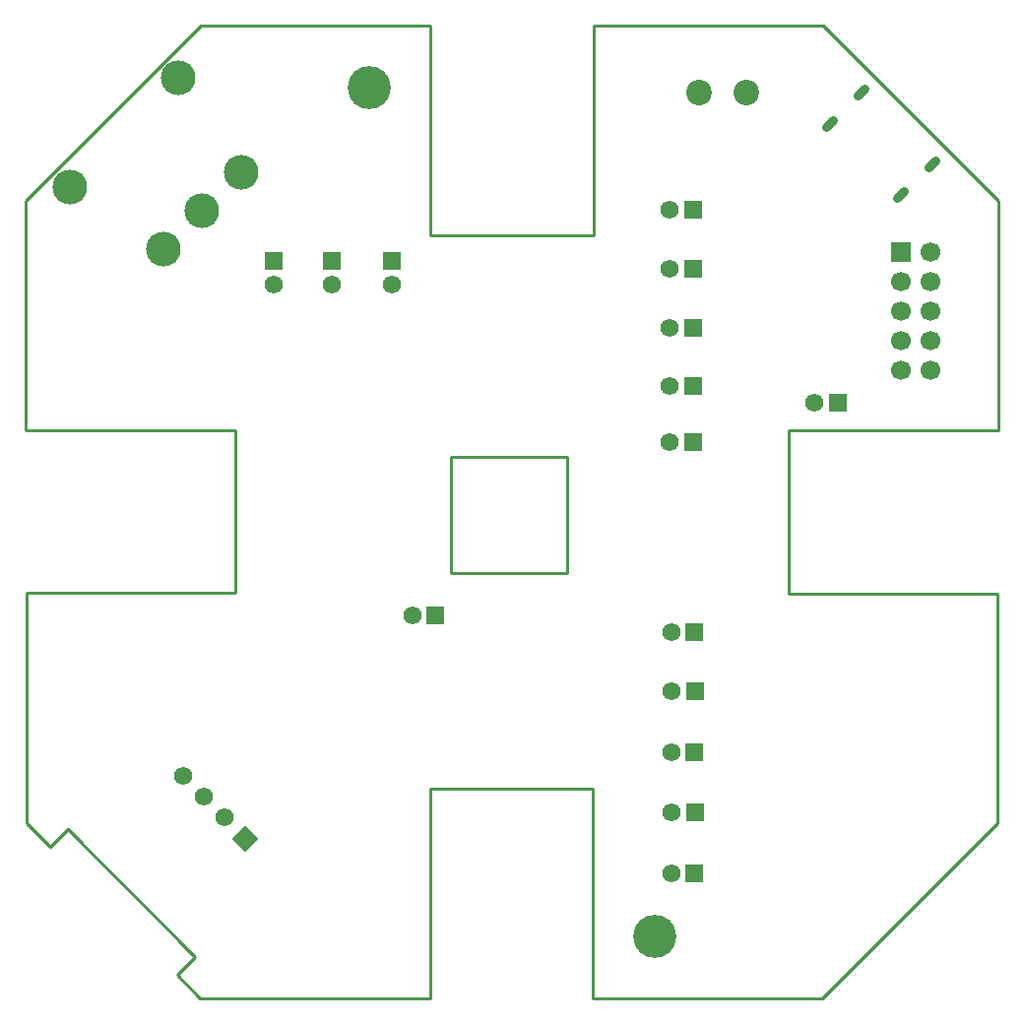
<source format=gbs>
G04*
G04 #@! TF.GenerationSoftware,Altium Limited,Altium Designer,21.8.1 (53)*
G04*
G04 Layer_Color=16711935*
%FSLAX42Y42*%
%MOMM*%
G71*
G04*
G04 #@! TF.SameCoordinates,4C7B3126-2604-42B9-8956-4212446E7276*
G04*
G04*
G04 #@! TF.FilePolarity,Negative*
G04*
G01*
G75*
%ADD14C,0.25*%
%ADD62C,3.70*%
%ADD63C,2.98*%
%ADD64R,1.57X1.57*%
%ADD65C,1.57*%
%ADD66C,1.57*%
%ADD67P,2.22X4X360.0*%
%ADD68R,1.57X1.57*%
%ADD69R,1.70X1.70*%
%ADD70C,1.70*%
G04:AMPARAMS|DCode=71|XSize=1.6mm|YSize=0.8mm|CornerRadius=0mm|HoleSize=0mm|Usage=FLASHONLY|Rotation=225.000|XOffset=0mm|YOffset=0mm|HoleType=Round|Shape=Round|*
%AMOVALD71*
21,1,0.80,0.80,0.00,0.00,225.0*
1,1,0.80,0.28,0.28*
1,1,0.80,-0.28,-0.28*
%
%ADD71OVALD71*%

%ADD72C,2.20*%
D14*
X5725Y128D02*
X5727Y126D01*
X3756Y3782D02*
Y4782D01*
Y3782D02*
X4756D01*
Y4782D01*
X3756D02*
X4756D01*
X1401Y324D02*
X1598Y126D01*
X3577D01*
Y1926D01*
X4977D01*
X4977Y126D02*
X4977Y1926D01*
X4977Y126D02*
X6952D01*
X8457Y1632D01*
Y3607D01*
X6657D02*
X8457D01*
X6657D02*
Y5007D01*
X8463D01*
Y6982D01*
X6957Y8487D02*
X8463Y6982D01*
X6957Y8488D02*
X6957Y8487D01*
X4982Y8488D02*
X6957D01*
X4982Y6686D02*
Y8488D01*
X3582Y6686D02*
X4982D01*
X3582D02*
Y8488D01*
X1607D02*
X3582D01*
X101Y6983D02*
X1607Y8488D01*
X101Y5008D02*
Y6983D01*
Y5008D02*
X1906D01*
Y3608D02*
Y5008D01*
X106Y3608D02*
X1906D01*
X106Y1633D02*
Y3608D01*
Y1633D02*
X312Y1427D01*
X460Y1576D01*
X1556Y480D01*
X1401Y324D02*
X1556Y480D01*
D62*
X5507Y657D02*
D03*
X3051Y7958D02*
D03*
D63*
X477Y7103D02*
D03*
X1411Y8037D02*
D03*
X1950Y7228D02*
D03*
X1618Y6896D02*
D03*
X1286Y6564D02*
D03*
D64*
X7082Y5243D02*
D03*
X5851Y2240D02*
D03*
Y3274D02*
D03*
X3624Y3416D02*
D03*
X5852Y2769D02*
D03*
X5837Y4907D02*
D03*
X5837Y5387D02*
D03*
X5837Y5890D02*
D03*
X5837Y6396D02*
D03*
Y6905D02*
D03*
X5851Y1199D02*
D03*
X5852Y1727D02*
D03*
D65*
X6882Y5243D02*
D03*
X5651Y2240D02*
D03*
Y3274D02*
D03*
X3424Y3416D02*
D03*
X5652Y2769D02*
D03*
X5637Y4907D02*
D03*
X5637Y5387D02*
D03*
X5637Y5890D02*
D03*
X5637Y6396D02*
D03*
Y6905D02*
D03*
X2736Y6263D02*
D03*
X3247Y6264D02*
D03*
X5651Y1199D02*
D03*
X5652Y1727D02*
D03*
X2229Y6266D02*
D03*
D66*
X1451Y2037D02*
D03*
X1630Y1858D02*
D03*
X1810Y1678D02*
D03*
D67*
X1989Y1498D02*
D03*
D68*
X2736Y6463D02*
D03*
X3247Y6464D02*
D03*
X2229Y6466D02*
D03*
D69*
X7627Y6540D02*
D03*
D70*
X7881D02*
D03*
X7627Y6286D02*
D03*
X7881D02*
D03*
X7627Y6032D02*
D03*
X7881D02*
D03*
X7627Y5778D02*
D03*
X7881D02*
D03*
X7627Y5524D02*
D03*
X7881D02*
D03*
D71*
X7285Y7909D02*
D03*
X7896Y7298D02*
D03*
X7016Y7640D02*
D03*
X7627Y7030D02*
D03*
D72*
X5893Y7910D02*
D03*
X6293D02*
D03*
M02*

</source>
